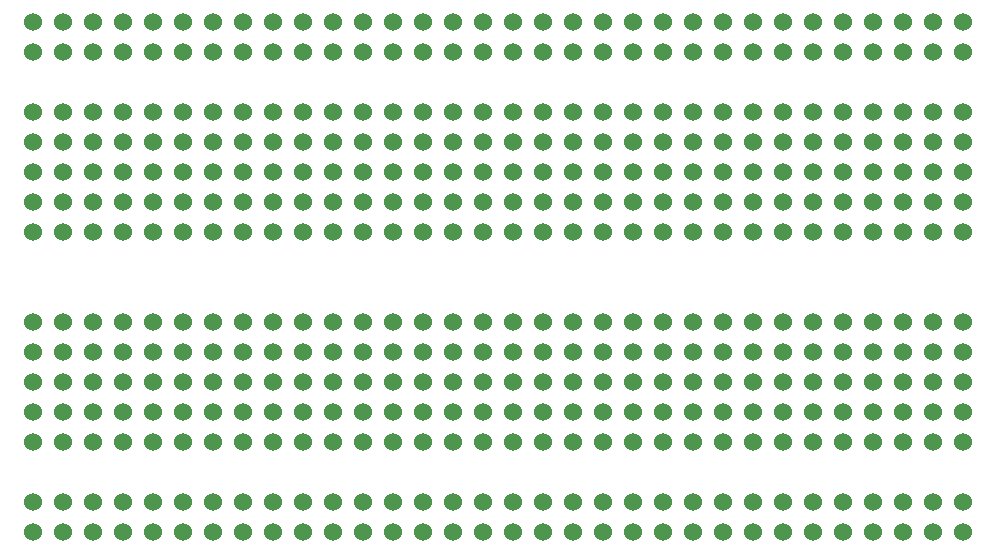
<source format=gbr>
%TF.GenerationSoftware,KiCad,Pcbnew,5.1.9-73d0e3b20d~88~ubuntu20.04.1*%
%TF.CreationDate,2021-01-27T17:21:27-06:00*%
%TF.ProjectId,ProtoPCBs,50726f74-6f50-4434-9273-2e6b69636164,rev?*%
%TF.SameCoordinates,Original*%
%TF.FileFunction,Copper,L2,Bot*%
%TF.FilePolarity,Positive*%
%FSLAX46Y46*%
G04 Gerber Fmt 4.6, Leading zero omitted, Abs format (unit mm)*
G04 Created by KiCad (PCBNEW 5.1.9-73d0e3b20d~88~ubuntu20.04.1) date 2021-01-27 17:21:27*
%MOMM*%
%LPD*%
G01*
G04 APERTURE LIST*
%TA.AperFunction,ComponentPad*%
%ADD10C,1.524000*%
%TD*%
G04 APERTURE END LIST*
D10*
%TO.P,REF\u002A\u002A,1*%
%TO.N,N/C*%
X152400000Y-58420000D03*
X162560000Y-60960000D03*
X215900000Y-58420000D03*
X185420000Y-58420000D03*
X165100000Y-60960000D03*
X182880000Y-58420000D03*
X152400000Y-60960000D03*
X172720000Y-60960000D03*
X193040000Y-60960000D03*
X165100000Y-58420000D03*
X180340000Y-60960000D03*
X218440000Y-60960000D03*
X220980000Y-60960000D03*
X190500000Y-60960000D03*
X223520000Y-60960000D03*
X231140000Y-60960000D03*
X177800000Y-60960000D03*
X228600000Y-60960000D03*
X226060000Y-60960000D03*
X223520000Y-58420000D03*
X208280000Y-58420000D03*
X167640000Y-58420000D03*
X175260000Y-58420000D03*
X180340000Y-58420000D03*
X187960000Y-58420000D03*
X203200000Y-60960000D03*
X210820000Y-60960000D03*
X190500000Y-58420000D03*
X213360000Y-60960000D03*
X228600000Y-58420000D03*
X162560000Y-58420000D03*
X195580000Y-58420000D03*
X231140000Y-58420000D03*
X215900000Y-60960000D03*
X220980000Y-58420000D03*
X218440000Y-58420000D03*
X160020000Y-58420000D03*
X175260000Y-60960000D03*
X208280000Y-60960000D03*
X226060000Y-58420000D03*
X182880000Y-60960000D03*
X185420000Y-60960000D03*
X205740000Y-60960000D03*
X203200000Y-58420000D03*
X172720000Y-58420000D03*
X187960000Y-60960000D03*
X157480000Y-58420000D03*
X198120000Y-60960000D03*
X170180000Y-58420000D03*
X170180000Y-60960000D03*
X200660000Y-60960000D03*
X167640000Y-60960000D03*
X213360000Y-58420000D03*
X210820000Y-58420000D03*
X195580000Y-60960000D03*
X200660000Y-58420000D03*
X154940000Y-60960000D03*
X198120000Y-58420000D03*
X193040000Y-58420000D03*
X205740000Y-58420000D03*
X177800000Y-58420000D03*
X157480000Y-60960000D03*
X160020000Y-60960000D03*
X154940000Y-58420000D03*
X152400000Y-101600000D03*
X223520000Y-99060000D03*
X223520000Y-101600000D03*
X220980000Y-99060000D03*
X220980000Y-101600000D03*
X187960000Y-101600000D03*
X175260000Y-101600000D03*
X195580000Y-99060000D03*
X215900000Y-99060000D03*
X190500000Y-99060000D03*
X172720000Y-101600000D03*
X193040000Y-101600000D03*
X180340000Y-99060000D03*
X180340000Y-101600000D03*
X154940000Y-101600000D03*
X162560000Y-99060000D03*
X157480000Y-99060000D03*
X170180000Y-101600000D03*
X185420000Y-99060000D03*
X162560000Y-101600000D03*
X218440000Y-99060000D03*
X231140000Y-101600000D03*
X172720000Y-99060000D03*
X215900000Y-101600000D03*
X213360000Y-99060000D03*
X218440000Y-101600000D03*
X208280000Y-101600000D03*
X167640000Y-99060000D03*
X190500000Y-101600000D03*
X182880000Y-99060000D03*
X182880000Y-101600000D03*
X177800000Y-101600000D03*
X231140000Y-99060000D03*
X226060000Y-101600000D03*
X226060000Y-99060000D03*
X177800000Y-99060000D03*
X187960000Y-99060000D03*
X175260000Y-99060000D03*
X160020000Y-99060000D03*
X195580000Y-101600000D03*
X160020000Y-101600000D03*
X193040000Y-99060000D03*
X167640000Y-101600000D03*
X213360000Y-101600000D03*
X228600000Y-101600000D03*
X198120000Y-101600000D03*
X170180000Y-99060000D03*
X228600000Y-99060000D03*
X154940000Y-99060000D03*
X165100000Y-99060000D03*
X203200000Y-99060000D03*
X203200000Y-101600000D03*
X200660000Y-99060000D03*
X200660000Y-101600000D03*
X210820000Y-99060000D03*
X205740000Y-101600000D03*
X205740000Y-99060000D03*
X185420000Y-101600000D03*
X198120000Y-99060000D03*
X210820000Y-101600000D03*
X152400000Y-99060000D03*
X208280000Y-99060000D03*
X165100000Y-101600000D03*
X157480000Y-101600000D03*
X152400000Y-83820000D03*
X152400000Y-93980000D03*
X162560000Y-86360000D03*
X215900000Y-83820000D03*
X223520000Y-91440000D03*
X223520000Y-93980000D03*
X220980000Y-91440000D03*
X220980000Y-93980000D03*
X187960000Y-93980000D03*
X187960000Y-88900000D03*
X185420000Y-83820000D03*
X175260000Y-93980000D03*
X195580000Y-91440000D03*
X200660000Y-88900000D03*
X215900000Y-91440000D03*
X220980000Y-88900000D03*
X223520000Y-88900000D03*
X203200000Y-88900000D03*
X165100000Y-86360000D03*
X172720000Y-88900000D03*
X210820000Y-88900000D03*
X182880000Y-83820000D03*
X190500000Y-91440000D03*
X152400000Y-86360000D03*
X172720000Y-86360000D03*
X172720000Y-93980000D03*
X193040000Y-86360000D03*
X193040000Y-93980000D03*
X180340000Y-91440000D03*
X180340000Y-93980000D03*
X165100000Y-83820000D03*
X180340000Y-86360000D03*
X154940000Y-93980000D03*
X157480000Y-88900000D03*
X218440000Y-91440000D03*
X218440000Y-88900000D03*
X218440000Y-86360000D03*
X231140000Y-93980000D03*
X220980000Y-86360000D03*
X226060000Y-88900000D03*
X185420000Y-88900000D03*
X172720000Y-91440000D03*
X190500000Y-86360000D03*
X215900000Y-93980000D03*
X213360000Y-88900000D03*
X223520000Y-86360000D03*
X213360000Y-91440000D03*
X231140000Y-86360000D03*
X218440000Y-93980000D03*
X208280000Y-93980000D03*
X177800000Y-86360000D03*
X167640000Y-91440000D03*
X190500000Y-93980000D03*
X182880000Y-91440000D03*
X182880000Y-93980000D03*
X177800000Y-93980000D03*
X162560000Y-88900000D03*
X228600000Y-86360000D03*
X226060000Y-86360000D03*
X223520000Y-83820000D03*
X231140000Y-91440000D03*
X226060000Y-93980000D03*
X226060000Y-91440000D03*
X208280000Y-83820000D03*
X195580000Y-88900000D03*
X160020000Y-88900000D03*
X167640000Y-83820000D03*
X175260000Y-83820000D03*
X177800000Y-91440000D03*
X177800000Y-88900000D03*
X187960000Y-91440000D03*
X180340000Y-83820000D03*
X175260000Y-91440000D03*
X160020000Y-91440000D03*
X180340000Y-88900000D03*
X187960000Y-83820000D03*
X195580000Y-93980000D03*
X193040000Y-88900000D03*
X160020000Y-93980000D03*
X203200000Y-86360000D03*
X193040000Y-91440000D03*
X210820000Y-86360000D03*
X175260000Y-88900000D03*
X190500000Y-83820000D03*
X167640000Y-93980000D03*
X167640000Y-88900000D03*
X231140000Y-88900000D03*
X213360000Y-86360000D03*
X213360000Y-93980000D03*
X228600000Y-93980000D03*
X228600000Y-83820000D03*
X215900000Y-88900000D03*
X162560000Y-83820000D03*
X198120000Y-93980000D03*
X195580000Y-83820000D03*
X170180000Y-91440000D03*
X231140000Y-83820000D03*
X215900000Y-86360000D03*
X228600000Y-91440000D03*
X220980000Y-83820000D03*
X218440000Y-83820000D03*
X160020000Y-83820000D03*
X175260000Y-86360000D03*
X154940000Y-91440000D03*
X165100000Y-91440000D03*
X203200000Y-91440000D03*
X203200000Y-93980000D03*
X200660000Y-91440000D03*
X200660000Y-93980000D03*
X208280000Y-86360000D03*
X226060000Y-83820000D03*
X182880000Y-86360000D03*
X185420000Y-86360000D03*
X205740000Y-86360000D03*
X203200000Y-83820000D03*
X210820000Y-91440000D03*
X205740000Y-93980000D03*
X205740000Y-91440000D03*
X172720000Y-83820000D03*
X187960000Y-86360000D03*
X185420000Y-93980000D03*
X157480000Y-83820000D03*
X198120000Y-91440000D03*
X198120000Y-88900000D03*
X198120000Y-86360000D03*
X210820000Y-93980000D03*
X154940000Y-88900000D03*
X170180000Y-83820000D03*
X152400000Y-91440000D03*
X170180000Y-86360000D03*
X200660000Y-86360000D03*
X205740000Y-88900000D03*
X190500000Y-88900000D03*
X167640000Y-86360000D03*
X213360000Y-83820000D03*
X228600000Y-88900000D03*
X210820000Y-83820000D03*
X195580000Y-86360000D03*
X208280000Y-91440000D03*
X200660000Y-83820000D03*
X182880000Y-88900000D03*
X165100000Y-93980000D03*
X165100000Y-88900000D03*
X154940000Y-86360000D03*
X157480000Y-93980000D03*
X170180000Y-93980000D03*
X198120000Y-83820000D03*
X193040000Y-83820000D03*
X208280000Y-88900000D03*
X205740000Y-83820000D03*
X170180000Y-88900000D03*
X185420000Y-91440000D03*
X177800000Y-83820000D03*
X162560000Y-93980000D03*
X152400000Y-88900000D03*
X157480000Y-86360000D03*
X160020000Y-86360000D03*
X154940000Y-83820000D03*
X157480000Y-91440000D03*
X162560000Y-91440000D03*
X215900000Y-73660000D03*
X220980000Y-71120000D03*
X223520000Y-71120000D03*
X231140000Y-71120000D03*
X213360000Y-68580000D03*
X213360000Y-76200000D03*
X228600000Y-76200000D03*
X228600000Y-66040000D03*
X215900000Y-71120000D03*
X215900000Y-76200000D03*
X213360000Y-71120000D03*
X223520000Y-68580000D03*
X213360000Y-73660000D03*
X231140000Y-68580000D03*
X218440000Y-76200000D03*
X215900000Y-66040000D03*
X223520000Y-73660000D03*
X223520000Y-76200000D03*
X220980000Y-73660000D03*
X220980000Y-76200000D03*
X228600000Y-68580000D03*
X226060000Y-68580000D03*
X223520000Y-66040000D03*
X231140000Y-73660000D03*
X226060000Y-76200000D03*
X226060000Y-73660000D03*
X218440000Y-73660000D03*
X218440000Y-71120000D03*
X218440000Y-68580000D03*
X231140000Y-76200000D03*
X220980000Y-68580000D03*
X226060000Y-71120000D03*
X231140000Y-66040000D03*
X215900000Y-68580000D03*
X228600000Y-73660000D03*
X220980000Y-66040000D03*
X218440000Y-66040000D03*
X213360000Y-66040000D03*
X228600000Y-71120000D03*
X226060000Y-66040000D03*
X208280000Y-76200000D03*
X208280000Y-71120000D03*
X205740000Y-66040000D03*
X195580000Y-76200000D03*
X193040000Y-71120000D03*
X203200000Y-66040000D03*
X210820000Y-73660000D03*
X193040000Y-68580000D03*
X193040000Y-76200000D03*
X200660000Y-73660000D03*
X200660000Y-76200000D03*
X200660000Y-68580000D03*
X205740000Y-71120000D03*
X193040000Y-73660000D03*
X210820000Y-68580000D03*
X198120000Y-68580000D03*
X210820000Y-76200000D03*
X203200000Y-73660000D03*
X203200000Y-76200000D03*
X198120000Y-76200000D03*
X195580000Y-66040000D03*
X198120000Y-73660000D03*
X198120000Y-71120000D03*
X208280000Y-73660000D03*
X200660000Y-66040000D03*
X195580000Y-73660000D03*
X200660000Y-71120000D03*
X208280000Y-66040000D03*
X195580000Y-71120000D03*
X210820000Y-66040000D03*
X195580000Y-68580000D03*
X203200000Y-68580000D03*
X205740000Y-68580000D03*
X193040000Y-66040000D03*
X208280000Y-68580000D03*
X205740000Y-76200000D03*
X210820000Y-71120000D03*
X203200000Y-71120000D03*
X205740000Y-73660000D03*
X198120000Y-66040000D03*
X172720000Y-66040000D03*
X172720000Y-76200000D03*
X182880000Y-68580000D03*
X185420000Y-68580000D03*
X172720000Y-68580000D03*
X185420000Y-66040000D03*
X175260000Y-76200000D03*
X177800000Y-71120000D03*
X187960000Y-73660000D03*
X182880000Y-71120000D03*
X180340000Y-71120000D03*
X187960000Y-66040000D03*
X180340000Y-73660000D03*
X180340000Y-76200000D03*
X187960000Y-76200000D03*
X187960000Y-71120000D03*
X182880000Y-66040000D03*
X190500000Y-73660000D03*
X180340000Y-66040000D03*
X175260000Y-73660000D03*
X185420000Y-73660000D03*
X177800000Y-66040000D03*
X175260000Y-71120000D03*
X190500000Y-66040000D03*
X172720000Y-73660000D03*
X190500000Y-68580000D03*
X187960000Y-68580000D03*
X185420000Y-76200000D03*
X185420000Y-71120000D03*
X175260000Y-68580000D03*
X177800000Y-76200000D03*
X190500000Y-76200000D03*
X190500000Y-71120000D03*
X182880000Y-76200000D03*
X172720000Y-71120000D03*
X177800000Y-68580000D03*
X180340000Y-68580000D03*
X175260000Y-66040000D03*
X177800000Y-73660000D03*
X182880000Y-73660000D03*
X170180000Y-73660000D03*
X170180000Y-66040000D03*
X170180000Y-76200000D03*
X170180000Y-71120000D03*
X170180000Y-68580000D03*
X167640000Y-68580000D03*
X167640000Y-66040000D03*
X167640000Y-73660000D03*
X167640000Y-76200000D03*
X167640000Y-71120000D03*
X165100000Y-68580000D03*
X165100000Y-71120000D03*
X165100000Y-66040000D03*
X165100000Y-76200000D03*
X165100000Y-73660000D03*
X162560000Y-71120000D03*
X162560000Y-73660000D03*
X162560000Y-76200000D03*
X162560000Y-66040000D03*
X162560000Y-68580000D03*
X160020000Y-71120000D03*
X160020000Y-66040000D03*
X160020000Y-76200000D03*
X160020000Y-68580000D03*
X160020000Y-73660000D03*
X157480000Y-76200000D03*
X157480000Y-73660000D03*
X157480000Y-71120000D03*
X157480000Y-68580000D03*
X157480000Y-66040000D03*
X154940000Y-66040000D03*
X154940000Y-76200000D03*
X154940000Y-68580000D03*
X154940000Y-73660000D03*
X154940000Y-71120000D03*
X152400000Y-76200000D03*
X152400000Y-73660000D03*
X152400000Y-71120000D03*
X152400000Y-68580000D03*
X152400000Y-66040000D03*
%TD*%
M02*

</source>
